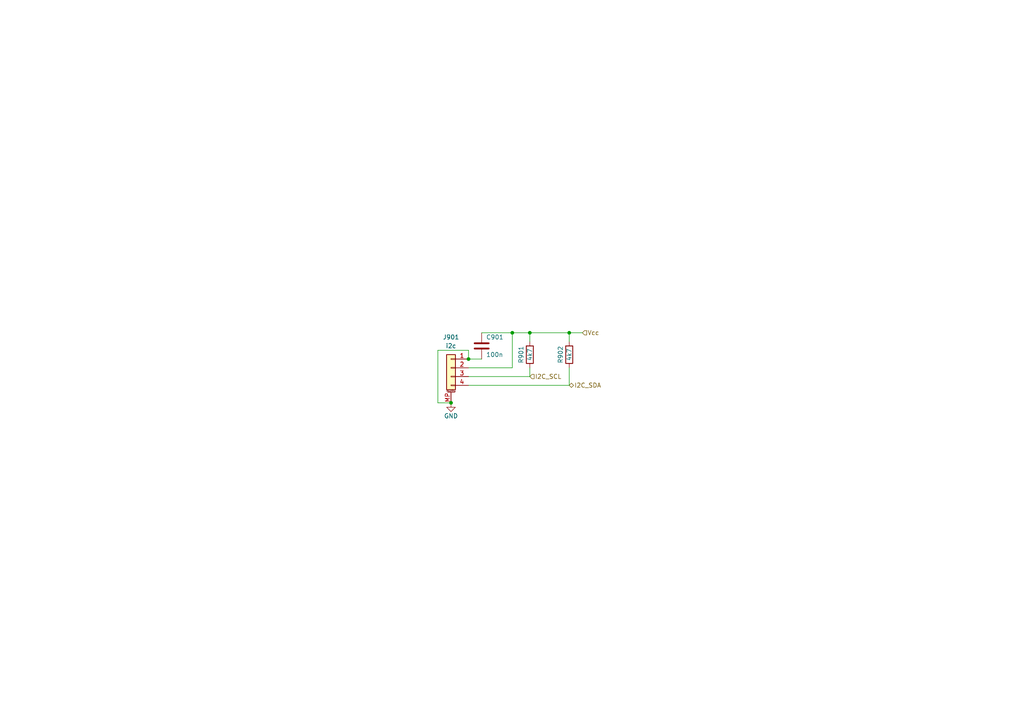
<source format=kicad_sch>
(kicad_sch (version 20211123) (generator eeschema)
  (paper "A4")
  (title_block (title "WiScale") (date "2022-11-24") (rev "1.0"))
  (lib_symbols
    (symbol "Connector_Generic_MountingPin:Conn_01x04_MountingPin" (pin_names (offset 1.016) hide)
      (property "Reference" "J" (at 0 5.08 0))
      (property "Value" "Conn_01x04_MountingPin" (at 1.27 -7.62 0))
      (symbol "Conn_01x04_MountingPin_1_1"
        (rectangle (start -1.27 -4.953) (end 0 -5.207) (stroke (width 0.1524)))
        (rectangle (start -1.27 -2.413) (end 0 -2.667) (stroke (width 0.1524)))
        (rectangle (start -1.27 0.127) (end 0 -0.127) (stroke (width 0.1524)))
        (rectangle (start -1.27 2.667) (end 0 2.413) (stroke (width 0.1524)))
        (rectangle (start -1.27 3.81) (end 1.27 -6.35) (stroke (width 0.254)) (fill (type background)))
        (polyline (pts (xy -1.016 -7.112) (xy 1.016 -7.112)) (stroke (width 0.1524)))
        (text "Mounting" (at 0 -6.731 0) (effects (font (size 0.381 0.381))))
        (pin passive line (at -5.08 2.54 0) (length 3.81) (name "Pin_1") (number "1"))
        (pin passive line (at -5.08 0 0) (length 3.81) (name "Pin_2") (number "2"))
        (pin passive line (at -5.08 -2.54 0) (length 3.81) (name "Pin_3") (number "3"))
        (pin passive line (at -5.08 -5.08 0) (length 3.81) (name "Pin_4") (number "4"))
        (pin passive line (at 0 -10.16 90) (length 3.048) (name "MountPin") (number "MP"))
      )
    )
    (symbol "Device:C" (pin_numbers hide) (pin_names (offset 0.254))
      (property "Reference" "C" (at 0.635 2.54 0))
      (property "Value" "C" (at 0.635 -2.54 0))
      (symbol "C_0_1"
        (polyline (pts (xy -2.032 -0.762) (xy 2.032 -0.762)) (stroke (width 0.508)))
        (polyline (pts (xy -2.032 0.762) (xy 2.032 0.762)) (stroke (width 0.508)))
      )
      (symbol "C_1_1"
        (pin passive line (at 0 3.81 270) (length 2.794) (name "~") (number "1"))
        (pin passive line (at 0 -3.81 90) (length 2.794) (name "~") (number "2"))
      )
    )
    (symbol "Device:R" (pin_numbers hide) (pin_names (offset 0))
      (property "Reference" "R" (at 2.032 0 90))
      (property "Value" "R" (at 0 0 90))
      (symbol "R_0_1"
        (rectangle (start -1.016 -2.54) (end 1.016 2.54) (stroke (width 0.254)))
      )
      (symbol "R_1_1"
        (pin passive line (at 0 3.81 270) (length 1.27) (name "~") (number "1"))
        (pin passive line (at 0 -3.81 90) (length 1.27) (name "~") (number "2"))
      )
    )
    (symbol "power:GND" (power) (pin_names (offset 0))
      (property "Value" "GND" (at 0 -3.81 0))
      (symbol "GND_0_1"
        (polyline (pts (xy 0 0) (xy 0 -1.27) (xy 1.27 -1.27) (xy 0 -2.54) (xy -1.27 -1.27) (xy 0 -1.27)))
      )
      (symbol "GND_1_1"
        (pin power_in line (at 0 0 270) (length 0) hide (name "GND") (number "1"))
      )
    )
  )
  (junction (at 153.67 96.52))
  (junction (at 135.89 104.14))
  (junction (at 148.59 96.52))
  (junction (at 130.81 116.84))
  (junction (at 165.1 96.52))
  (wire (pts (xy 135.89 104.14) (xy 135.89 101.6)))
  (wire (pts (xy 135.89 106.68) (xy 148.59 106.68)))
  (wire (pts (xy 148.59 96.52) (xy 153.67 96.52)))
  (wire (pts (xy 135.89 109.22) (xy 153.67 109.22)))
  (wire (pts (xy 168.91 96.52) (xy 165.1 96.52)))
  (wire (pts (xy 153.67 96.52) (xy 153.67 99.06)))
  (wire (pts (xy 165.1 96.52) (xy 165.1 99.06)))
  (wire (pts (xy 153.67 109.22) (xy 153.67 106.68)))
  (wire (pts (xy 165.1 111.76) (xy 165.1 106.68)))
  (wire (pts (xy 135.89 104.14) (xy 139.7 104.14)))
  (wire (pts (xy 135.89 101.6) (xy 127 101.6)))
  (wire (pts (xy 139.7 96.52) (xy 148.59 96.52)))
  (wire (pts (xy 148.59 106.68) (xy 148.59 96.52)))
  (wire (pts (xy 127 101.6) (xy 127 116.84)))
  (wire (pts (xy 153.67 96.52) (xy 165.1 96.52)))
  (wire (pts (xy 135.89 111.76) (xy 165.1 111.76)))
  (wire (pts (xy 127 116.84) (xy 130.81 116.84)))
  (hierarchical_label "I2C_SCL" (shape input) (at 153.67 109.22 0))
  (hierarchical_label "I2C_SDA" (shape bidirectional) (at 165.1 111.76 0))
  (hierarchical_label "Vcc" (shape input) (at 168.91 96.52 0))
  (symbol (lib_id "Device:R") (at 165.1 102.87 180) (unit 1)
    (property "Reference" "R902" (at 162.56 102.87 90))
    (property "Value" "4k7" (at 165.1 102.87 90))
    (property "Footprint" "Resistor_SMD:R_0805_2012Metric_Pad1.20x1.40mm_HandSolder" (effects hide))
  )
  (symbol (lib_id "Device:R") (at 153.67 102.87 180) (unit 1)
    (property "Reference" "R901" (at 151.13 102.87 90))
    (property "Value" "4k7" (at 153.67 102.87 90))
    (property "Footprint" "Resistor_SMD:R_0805_2012Metric_Pad1.20x1.40mm_HandSolder" (effects hide))
  )
  (symbol (lib_id "power:GND") (at 130.81 116.84 0) (unit 1)
    (property "Reference" "#PWR0901" (effects hide))
    (property "Value" "GND" (at 130.81 120.65 0))
  )
  (symbol (lib_id "Connector_Generic_MountingPin:Conn_01x04_MountingPin") (at 130.81 106.68 0) (mirror y) (unit 1)
    (property "Reference" "J901" (at 130.81 97.79 0))
    (property "Value" "i2c" (at 130.81 100.33 0))
    (property "Footprint" "Connector_PinSocket_2.54mm:PinSocket_1x04_P2.54mm_Vertical" (effects hide))
  )
  (symbol (lib_id "Device:C") (at 139.7 100.33 180) (unit 1)
    (property "Reference" "C901" (at 140.97 97.79 0) (effects (justify right)))
    (property "Value" "100n" (at 140.97 102.87 0) (effects (justify right)))
    (property "Footprint" "Capacitor_SMD:C_0805_2012Metric_Pad1.18x1.45mm_HandSolder" (effects hide))
  )
)
</source>
